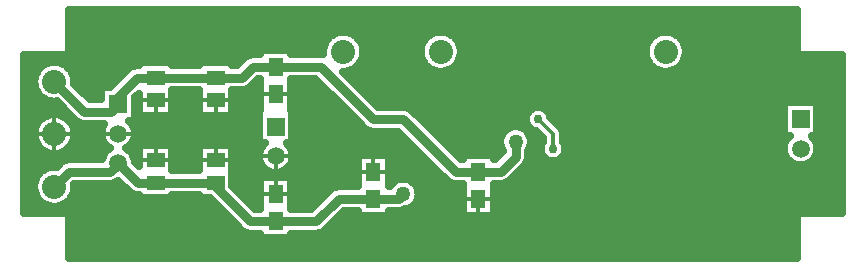
<source format=gbr>
G04 DipTrace 3.3.1.3*
G04 Bottom.gbr*
%MOIN*%
G04 #@! TF.FileFunction,Copper,L2,Bot*
G04 #@! TF.Part,Single*
G04 #@! TA.AperFunction,ViaPad*
%ADD15C,0.03*%
G04 #@! TA.AperFunction,CopperBalancing*
%ADD16C,0.013*%
%ADD17C,0.025*%
G04 #@! TA.AperFunction,ComponentPad*
%ADD19C,0.08*%
%ADD22R,0.05X0.06*%
%ADD23R,0.059055X0.051181*%
G04 #@! TA.AperFunction,ComponentPad*
%ADD27R,0.05937X0.05937*%
%ADD28C,0.05937*%
G04 #@! TA.AperFunction,ViaPad*
%ADD35C,0.05*%
%FSLAX26Y26*%
G04*
G70*
G90*
G75*
G01*
G04 Bottom*
%LPD*%
X375000Y575000D2*
D15*
Y600000D1*
X437402Y662402D1*
X500000D1*
X700000D1*
X787402D1*
X825000Y700000D1*
X900000D1*
X1050000D1*
X1225000Y525000D1*
X1325000D1*
X1500000Y350000D1*
X1575000D1*
X1650000D1*
X1700000Y400000D1*
Y450000D1*
X162500Y650000D2*
X262500Y550000D1*
X350000D1*
X375000Y575000D1*
Y378150D2*
X440551Y312598D1*
X500000D1*
X700000D1*
Y300000D1*
X815000Y185000D1*
X900000D1*
X1035000D1*
X1110000Y260000D1*
X1225000D1*
X162500Y300000D2*
X212500Y350000D1*
X346850D1*
X375000Y378150D1*
X1225000Y260000D2*
X1310000D1*
X1325000Y275000D1*
X1825000Y425000D2*
D16*
Y475000D1*
X1775000Y525000D1*
D35*
X1325000Y275000D3*
Y350000D3*
X1700000Y450000D3*
Y275000D3*
D15*
X1775000Y525000D3*
X1825000Y425000D3*
D35*
X2300000Y275000D3*
X215014Y862631D2*
D17*
X2634995D1*
X215014Y837762D2*
X2634995D1*
X215014Y812894D2*
X1100911D1*
X1149115D2*
X1425913D1*
X1474118D2*
X2175894D1*
X2224097D2*
X2634995D1*
X215014Y788025D2*
X1067933D1*
X1182056D2*
X1392936D1*
X1507060D2*
X2142951D1*
X2257039D2*
X2634995D1*
X215014Y763156D2*
X1057311D1*
X1192678D2*
X1382315D1*
X1517681D2*
X2132329D1*
X2267697D2*
X2634995D1*
X206869Y738287D2*
X806480D1*
X1192966D2*
X1382028D1*
X1517969D2*
X2132042D1*
X2267948D2*
X2643142D1*
X65018Y713419D2*
X140004D1*
X185014D2*
X441467D1*
X558533D2*
X641486D1*
X758516D2*
X777235D1*
X1183026D2*
X1391967D1*
X1508029D2*
X2141983D1*
X2258045D2*
X2784991D1*
X65018Y688550D2*
X105806D1*
X219176D2*
X402353D1*
X1152919D2*
X1422073D1*
X1477921D2*
X2172089D1*
X2227902D2*
X2784991D1*
X65018Y663681D2*
X94933D1*
X230085D2*
X377486D1*
X1147500D2*
X2784991D1*
X65018Y638812D2*
X94430D1*
X234894D2*
X352618D1*
X825009D2*
X845990D1*
X954013D2*
X1049991D1*
X1172367D2*
X2784991D1*
X65018Y613944D2*
X104119D1*
X259761D2*
X316303D1*
X558533D2*
X641486D1*
X758516D2*
X845990D1*
X954013D2*
X1074858D1*
X1197236D2*
X2784991D1*
X65018Y589075D2*
X133329D1*
X433692D2*
X441442D1*
X558533D2*
X641486D1*
X758516D2*
X845990D1*
X954013D2*
X1099726D1*
X1222104D2*
X2784991D1*
X65018Y564206D2*
X187119D1*
X433692D2*
X441442D1*
X558533D2*
X641486D1*
X758516D2*
X845990D1*
X954013D2*
X1124594D1*
X1341096D2*
X1758883D1*
X1791119D2*
X2591324D1*
X2708677D2*
X2784991D1*
X65018Y539337D2*
X143161D1*
X181822D2*
X211987D1*
X433692D2*
X441442D1*
X558533D2*
X641486D1*
X758516D2*
X841324D1*
X958677D2*
X1149462D1*
X1371848D2*
X1733549D1*
X1816453D2*
X2591324D1*
X2708677D2*
X2784991D1*
X65018Y514469D2*
X106488D1*
X218530D2*
X238542D1*
X418979D2*
X841324D1*
X958677D2*
X1174329D1*
X1396717D2*
X1732365D1*
X1834718D2*
X2591324D1*
X2708677D2*
X2784991D1*
X65018Y489600D2*
X95113D1*
X229870D2*
X317846D1*
X432150D2*
X841324D1*
X958677D2*
X1200848D1*
X1421584D2*
X1664579D1*
X1735427D2*
X1750845D1*
X1857110D2*
X2591324D1*
X2708677D2*
X2784991D1*
X65018Y464731D2*
X94287D1*
X230696D2*
X317594D1*
X432436D2*
X841324D1*
X958677D2*
X1324075D1*
X1446451D2*
X1648144D1*
X1751862D2*
X1786083D1*
X1860483D2*
X2606252D1*
X2693749D2*
X2784991D1*
X65018Y439862D2*
X103546D1*
X221472D2*
X329975D1*
X420020D2*
X856396D1*
X943606D2*
X1348942D1*
X1471319D2*
X1646996D1*
X1753010D2*
X1783751D1*
X1866261D2*
X2592903D1*
X2707098D2*
X2784991D1*
X65018Y414993D2*
X131356D1*
X193663D2*
X330083D1*
X419912D2*
X441467D1*
X558533D2*
X641486D1*
X758516D2*
X842940D1*
X957063D2*
X1373810D1*
X1496186D2*
X1653814D1*
X1744003D2*
X1782207D1*
X1867768D2*
X2592508D1*
X2707493D2*
X2784991D1*
X65018Y390125D2*
X199392D1*
X432400D2*
X441467D1*
X558533D2*
X641486D1*
X758516D2*
X842508D1*
X957493D2*
X1170992D1*
X1279016D2*
X1398677D1*
X1742819D2*
X1800007D1*
X1850005D2*
X2604745D1*
X2695257D2*
X2784991D1*
X65018Y365256D2*
X147181D1*
X558533D2*
X641486D1*
X758516D2*
X854638D1*
X945365D2*
X1170992D1*
X1279016D2*
X1423545D1*
X1726455D2*
X2784991D1*
X65018Y340387D2*
X107169D1*
X758516D2*
X1170992D1*
X1279016D2*
X1448413D1*
X1701588D2*
X2784991D1*
X65018Y315518D2*
X95328D1*
X758516D2*
X845990D1*
X954013D2*
X1170992D1*
X1279016D2*
X1290739D1*
X1359289D2*
X1474394D1*
X1675608D2*
X2784991D1*
X65018Y290650D2*
X94144D1*
X230839D2*
X401312D1*
X770537D2*
X845990D1*
X954013D2*
X1079524D1*
X1376549D2*
X1521007D1*
X1628995D2*
X2784991D1*
X65018Y265781D2*
X102971D1*
X222012D2*
X441467D1*
X558533D2*
X641486D1*
X795404D2*
X845990D1*
X954013D2*
X1054584D1*
X1378164D2*
X1521007D1*
X1628995D2*
X2784991D1*
X65018Y240912D2*
X129490D1*
X195493D2*
X697895D1*
X820273D2*
X845990D1*
X954013D2*
X1029717D1*
X1366106D2*
X1521007D1*
X1628995D2*
X2784991D1*
X65018Y216043D2*
X722762D1*
X1127226D2*
X1170992D1*
X1279016D2*
X1521007D1*
X1628995D2*
X2784991D1*
X215014Y191175D2*
X747631D1*
X1102358D2*
X2634995D1*
X215014Y166306D2*
X772499D1*
X1077491D2*
X2634995D1*
X215014Y141437D2*
X845990D1*
X954013D2*
X2634995D1*
X215014Y116568D2*
X2634995D1*
X215014Y91699D2*
X2634995D1*
X215014Y66831D2*
X2634995D1*
X228795Y294782D2*
X227163Y284476D1*
X223938Y274551D1*
X219201Y265253D1*
X213067Y256812D1*
X205688Y249433D1*
X197247Y243299D1*
X187949Y238562D1*
X178024Y235337D1*
X167718Y233705D1*
X157282D1*
X146976Y235337D1*
X137051Y238562D1*
X127753Y243299D1*
X119312Y249433D1*
X111933Y256812D1*
X105799Y265253D1*
X101062Y274551D1*
X97837Y284476D1*
X96205Y294782D1*
Y305218D1*
X97837Y315524D1*
X101062Y325449D1*
X105799Y334747D1*
X111933Y343188D1*
X119312Y350567D1*
X127753Y356701D1*
X137051Y361438D1*
X146976Y364663D1*
X157282Y366295D1*
X167718D1*
X169844Y366043D1*
X185547Y381556D1*
X190816Y385385D1*
X196618Y388341D1*
X202812Y390353D1*
X209244Y391373D1*
X249245Y391500D1*
X320404D1*
X323092Y399651D1*
X327094Y407507D1*
X332277Y414639D1*
X338510Y420873D1*
X345643Y426055D1*
X347944Y427344D1*
X342349Y430852D1*
X336664Y435500D1*
X331634Y440852D1*
X327345Y446812D1*
X323870Y453282D1*
X321269Y460150D1*
X319587Y467299D1*
X318849Y474605D1*
X319072Y481946D1*
X320251Y489194D1*
X322365Y496227D1*
X325377Y502925D1*
X328778Y508504D1*
X259244Y508627D1*
X252812Y509647D1*
X246618Y511659D1*
X240816Y514615D1*
X235547Y518444D1*
X207172Y546638D1*
X169898Y583912D1*
X162500Y583500D1*
X152097Y584319D1*
X141950Y586755D1*
X132310Y590748D1*
X123412Y596201D1*
X115478Y602978D1*
X108701Y610912D1*
X103248Y619810D1*
X99255Y629450D1*
X96819Y639597D1*
X96000Y650000D1*
X96819Y660403D1*
X99255Y670550D1*
X103248Y680190D1*
X108701Y689088D1*
X115478Y697022D1*
X123412Y703799D1*
X132310Y709252D1*
X141950Y713245D1*
X152097Y715681D1*
X162500Y716500D1*
X172903Y715681D1*
X183050Y713245D1*
X192690Y709252D1*
X201588Y703799D1*
X209522Y697022D1*
X216299Y689088D1*
X221752Y680190D1*
X225745Y670550D1*
X228181Y660403D1*
X229000Y650000D1*
X228543Y642656D1*
X279715Y591475D1*
X318802Y591500D1*
X318815Y631185D1*
X347487D1*
X410450Y693958D1*
X415718Y697786D1*
X421520Y700743D1*
X427714Y702755D1*
X434146Y703774D1*
X443969Y703902D1*
X443972Y714492D1*
X556028D1*
Y703907D1*
X644003Y703902D1*
X643972Y714492D1*
X756028D1*
Y703907D1*
X770226Y703902D1*
X798047Y731556D1*
X803316Y735385D1*
X809118Y738341D1*
X815312Y740353D1*
X821744Y741373D1*
X848504Y741500D1*
X848500Y756500D1*
X951500D1*
Y741465D1*
X1053256Y741373D1*
X1056504Y740987D1*
X1058705Y744782D1*
Y755218D1*
X1060337Y765524D1*
X1063562Y775449D1*
X1068299Y784747D1*
X1074433Y793188D1*
X1081812Y800567D1*
X1090253Y806701D1*
X1099551Y811438D1*
X1109476Y814663D1*
X1119782Y816295D1*
X1130218D1*
X1140524Y814663D1*
X1150449Y811438D1*
X1159747Y806701D1*
X1168188Y800567D1*
X1175567Y793188D1*
X1181701Y784747D1*
X1186438Y775449D1*
X1189663Y765524D1*
X1191295Y755218D1*
Y744782D1*
X1189663Y734476D1*
X1186438Y724551D1*
X1181701Y715253D1*
X1175567Y706812D1*
X1168188Y699433D1*
X1159747Y693299D1*
X1150449Y688562D1*
X1140524Y685337D1*
X1130218Y683705D1*
X1125184Y683507D1*
X1242169Y566520D1*
X1328256Y566373D1*
X1334688Y565353D1*
X1340882Y563341D1*
X1346684Y560385D1*
X1351953Y556556D1*
X1380328Y528362D1*
X1517169Y391520D1*
X1523504Y391500D1*
X1523500Y406500D1*
X1626500D1*
Y391465D1*
X1632810Y391500D1*
X1658488Y417177D1*
X1658336Y419730D1*
X1654113Y426619D1*
X1651021Y434085D1*
X1649134Y441944D1*
X1648500Y450000D1*
X1649134Y458056D1*
X1651021Y465915D1*
X1654113Y473381D1*
X1658336Y480270D1*
X1663584Y486416D1*
X1669730Y491664D1*
X1676619Y495887D1*
X1684085Y498979D1*
X1691944Y500866D1*
X1700000Y501500D1*
X1708056Y500866D1*
X1715915Y498979D1*
X1723381Y495887D1*
X1730270Y491664D1*
X1736416Y486416D1*
X1741664Y480270D1*
X1745887Y473381D1*
X1748979Y465915D1*
X1750866Y458056D1*
X1751500Y450000D1*
X1750866Y441944D1*
X1748979Y434085D1*
X1745887Y426619D1*
X1741499Y419518D1*
X1741373Y396744D1*
X1740353Y390312D1*
X1738341Y384118D1*
X1735385Y378316D1*
X1731556Y373047D1*
X1703362Y344672D1*
X1676953Y318444D1*
X1671684Y314615D1*
X1665882Y311659D1*
X1659688Y309647D1*
X1653256Y308627D1*
X1626496Y308500D1*
X1626500Y203500D1*
X1523500D1*
Y308535D1*
X1496744Y308627D1*
X1490312Y309647D1*
X1484118Y311659D1*
X1478316Y314615D1*
X1473047Y318444D1*
X1444672Y346638D1*
X1307831Y483480D1*
X1221744Y483627D1*
X1215312Y484647D1*
X1209118Y486659D1*
X1203316Y489615D1*
X1198047Y493444D1*
X1169672Y521638D1*
X1032831Y658480D1*
X951497Y658500D1*
X951500Y556185D1*
X956185D1*
Y443815D1*
X937059D1*
X942087Y438797D1*
X946583Y432990D1*
X950282Y426644D1*
X953122Y419873D1*
X955055Y412787D1*
X956047Y405512D1*
X956064Y397903D1*
X955108Y390622D1*
X953207Y383528D1*
X950399Y376743D1*
X946730Y370381D1*
X942262Y364552D1*
X937072Y359357D1*
X931249Y354882D1*
X924892Y351205D1*
X918110Y348388D1*
X911018Y346480D1*
X903738Y345514D1*
X896394Y345505D1*
X889112Y346455D1*
X882016Y348346D1*
X875227Y351146D1*
X868861Y354808D1*
X863028Y359269D1*
X857825Y364453D1*
X853344Y370270D1*
X849659Y376623D1*
X846835Y383403D1*
X844919Y390492D1*
X843944Y397770D1*
X843927Y405114D1*
X844867Y412398D1*
X846749Y419496D1*
X849542Y426289D1*
X853197Y432659D1*
X857651Y438497D1*
X862954Y443812D1*
X843815Y443815D1*
Y556185D1*
X848516D1*
X848500Y658535D1*
X842190Y658500D1*
X814354Y630845D1*
X809085Y627017D1*
X803283Y624060D1*
X797089Y622049D1*
X790657Y621029D1*
X756003Y620902D1*
X756028Y535508D1*
X643972D1*
Y620896D1*
X555997Y620902D1*
X556028Y535508D1*
X443972D1*
Y610283D1*
X431198Y597508D1*
X431185Y518815D1*
X412059D1*
X417087Y513797D1*
X421583Y507990D1*
X425282Y501644D1*
X428122Y494873D1*
X430055Y487787D1*
X431047Y480512D1*
X431064Y472903D1*
X430108Y465622D1*
X428207Y458528D1*
X425399Y451743D1*
X421730Y445381D1*
X417262Y439552D1*
X412072Y434357D1*
X406249Y429882D1*
X402096Y427364D1*
X408025Y423604D1*
X414728Y417878D1*
X420454Y411175D1*
X425062Y403657D1*
X428436Y395512D1*
X430493Y386938D1*
X431083Y380749D1*
X443954Y367886D1*
X443972Y439492D1*
X556028D1*
Y354102D1*
X644003Y354098D1*
X643972Y439492D1*
X756028D1*
Y302646D1*
X832173Y226517D1*
X848480Y226500D1*
X848500Y331500D1*
X951500D1*
Y226465D1*
X1017808Y226500D1*
X1083047Y291556D1*
X1088316Y295385D1*
X1094118Y298341D1*
X1100312Y300353D1*
X1106744Y301373D1*
X1146745Y301500D1*
X1173479D1*
X1173500Y406500D1*
X1276500D1*
Y301465D1*
X1280871Y301500D1*
X1283336Y305270D1*
X1288584Y311416D1*
X1294730Y316664D1*
X1301619Y320887D1*
X1309085Y323979D1*
X1316944Y325866D1*
X1325000Y326500D1*
X1333056Y325866D1*
X1340915Y323979D1*
X1348381Y320887D1*
X1355270Y316664D1*
X1361416Y311416D1*
X1366664Y305270D1*
X1370887Y298381D1*
X1373979Y290915D1*
X1375866Y283056D1*
X1376500Y275000D1*
X1375866Y266944D1*
X1373979Y259085D1*
X1370887Y251619D1*
X1366664Y244730D1*
X1361416Y238584D1*
X1355270Y233336D1*
X1348381Y229113D1*
X1340915Y226021D1*
X1333056Y224134D1*
X1330311Y223810D1*
X1325882Y221659D1*
X1319688Y219647D1*
X1313256Y218627D1*
X1276520Y218500D1*
X1276500Y203500D1*
X1173500D1*
Y218535D1*
X1127215Y218500D1*
X1061953Y153444D1*
X1056684Y149615D1*
X1050882Y146659D1*
X1044688Y144647D1*
X1038256Y143627D1*
X998255Y143500D1*
X951497D1*
X951500Y128500D1*
X848500D1*
Y143535D1*
X811744Y143627D1*
X805312Y144647D1*
X799118Y146659D1*
X793316Y149615D1*
X788049Y153444D1*
X759672Y181638D1*
X680785Y260526D1*
X643972Y260508D1*
Y271093D1*
X555997Y271098D1*
X556028Y260508D1*
X443972D1*
Y271093D1*
X437295Y271226D1*
X430864Y272245D1*
X424669Y274257D1*
X418867Y277214D1*
X413598Y281042D1*
X385223Y309236D1*
X374997Y319462D1*
X368534Y314615D1*
X362732Y311659D1*
X356538Y309647D1*
X350106Y308627D1*
X310105Y308500D1*
X229689D1*
X228575Y307385D1*
X229000Y300000D1*
X228795Y294782D1*
X2266295Y744782D2*
X2264663Y734476D1*
X2261438Y724551D1*
X2256701Y715253D1*
X2250567Y706812D1*
X2243188Y699433D1*
X2234747Y693299D1*
X2225449Y688562D1*
X2215524Y685337D1*
X2205218Y683705D1*
X2194782D1*
X2184476Y685337D1*
X2174551Y688562D1*
X2165253Y693299D1*
X2156812Y699433D1*
X2149433Y706812D1*
X2143299Y715253D1*
X2138562Y724551D1*
X2135337Y734476D1*
X2133705Y744782D1*
Y755218D1*
X2135337Y765524D1*
X2138562Y775449D1*
X2143299Y784747D1*
X2149433Y793188D1*
X2156812Y800567D1*
X2165253Y806701D1*
X2174551Y811438D1*
X2184476Y814663D1*
X2194782Y816295D1*
X2205218D1*
X2215524Y814663D1*
X2225449Y811438D1*
X2234747Y806701D1*
X2243188Y800567D1*
X2250567Y793188D1*
X2256701Y784747D1*
X2261438Y775449D1*
X2264663Y765524D1*
X2266295Y755218D1*
Y744782D1*
X1516295D2*
X1514663Y734476D1*
X1511438Y724551D1*
X1506701Y715253D1*
X1500567Y706812D1*
X1493188Y699433D1*
X1484747Y693299D1*
X1475449Y688562D1*
X1465524Y685337D1*
X1455218Y683705D1*
X1444782D1*
X1434476Y685337D1*
X1424551Y688562D1*
X1415253Y693299D1*
X1406812Y699433D1*
X1399433Y706812D1*
X1393299Y715253D1*
X1388562Y724551D1*
X1385337Y734476D1*
X1383705Y744782D1*
Y755218D1*
X1385337Y765524D1*
X1388562Y775449D1*
X1393299Y784747D1*
X1399433Y793188D1*
X1406812Y800567D1*
X1415253Y806701D1*
X1424551Y811438D1*
X1434476Y814663D1*
X1444782Y816295D1*
X1455218D1*
X1465524Y814663D1*
X1475449Y811438D1*
X1484747Y806701D1*
X1493188Y800567D1*
X1500567Y793188D1*
X1506701Y784747D1*
X1511438Y775449D1*
X1514663Y765524D1*
X1516295Y755218D1*
Y744782D1*
X228975Y473163D2*
X228366Y465843D1*
X226955Y458634D1*
X224757Y451626D1*
X221799Y444902D1*
X218118Y438546D1*
X213759Y432634D1*
X208773Y427240D1*
X203223Y422428D1*
X197177Y418257D1*
X190707Y414778D1*
X183894Y412035D1*
X176819Y410060D1*
X169570Y408877D1*
X162234Y408500D1*
X154902Y408936D1*
X147661Y410177D1*
X140602Y412209D1*
X133811Y415007D1*
X127370Y418537D1*
X121357Y422756D1*
X115845Y427612D1*
X110904Y433046D1*
X106592Y438992D1*
X102962Y445378D1*
X100058Y452126D1*
X97916Y459151D1*
X96562Y466371D1*
X96013Y473696D1*
X96274Y481037D1*
X97344Y488303D1*
X99209Y495408D1*
X101846Y502264D1*
X105223Y508787D1*
X109298Y514898D1*
X114024Y520522D1*
X119340Y525591D1*
X125182Y530042D1*
X131480Y533822D1*
X138157Y536885D1*
X145130Y539192D1*
X152316Y540715D1*
X159626Y541438D1*
X166971Y541349D1*
X174261Y540451D1*
X181408Y538756D1*
X188324Y536281D1*
X194925Y533059D1*
X201130Y529129D1*
X206865Y524538D1*
X212058Y519344D1*
X216646Y513608D1*
X220573Y507400D1*
X223793Y500798D1*
X226264Y493881D1*
X227957Y486734D1*
X228852Y479442D1*
X228975Y473163D1*
X2603001Y581185D2*
X2706185D1*
Y468815D1*
X2687059D1*
X2692723Y463064D1*
X2697906Y455932D1*
X2701908Y448076D1*
X2704633Y439690D1*
X2706012Y430983D1*
Y422167D1*
X2704633Y413459D1*
X2701908Y405073D1*
X2697906Y397218D1*
X2692723Y390085D1*
X2686490Y383852D1*
X2679357Y378669D1*
X2671501Y374667D1*
X2663115Y371942D1*
X2654408Y370563D1*
X2645592D1*
X2636885Y371942D1*
X2628499Y374667D1*
X2620643Y378669D1*
X2613510Y383852D1*
X2607277Y390085D1*
X2602094Y397218D1*
X2598092Y405073D1*
X2595367Y413459D1*
X2593988Y422167D1*
Y430983D1*
X2595367Y439690D1*
X2598092Y448076D1*
X2602094Y455932D1*
X2607277Y463064D1*
X2612992Y468819D1*
X2593815Y468815D1*
Y581185D1*
X2603001D1*
X1769430Y483902D2*
X1765312Y484647D1*
X1759118Y486659D1*
X1753316Y489615D1*
X1748049Y493444D1*
X1743444Y498049D1*
X1739615Y503316D1*
X1736659Y509118D1*
X1734647Y515312D1*
X1733627Y521744D1*
Y528256D1*
X1734647Y534688D1*
X1736659Y540882D1*
X1739615Y546684D1*
X1743444Y551951D1*
X1748049Y556556D1*
X1753316Y560385D1*
X1759118Y563341D1*
X1765312Y565353D1*
X1771744Y566373D1*
X1778256D1*
X1784688Y565353D1*
X1790882Y563341D1*
X1796684Y560385D1*
X1801951Y556556D1*
X1806556Y551951D1*
X1810385Y546684D1*
X1813341Y540882D1*
X1815353Y534688D1*
X1816098Y530570D1*
X1850093Y496432D1*
X1853138Y492243D1*
X1855488Y487629D1*
X1857088Y482703D1*
X1857899Y477589D1*
X1858000Y450133D1*
X1861976Y443841D1*
X1864469Y437824D1*
X1865990Y431492D1*
X1866500Y425000D1*
X1865990Y418508D1*
X1864469Y412176D1*
X1861976Y406159D1*
X1858575Y400606D1*
X1854345Y395655D1*
X1849394Y391425D1*
X1843841Y388024D1*
X1837824Y385531D1*
X1831492Y384010D1*
X1825000Y383500D1*
X1818508Y384010D1*
X1812176Y385531D1*
X1806159Y388024D1*
X1800606Y391425D1*
X1795655Y395655D1*
X1791425Y400606D1*
X1788024Y406159D1*
X1785531Y412176D1*
X1784010Y418508D1*
X1783500Y425000D1*
X1784010Y431492D1*
X1785531Y437824D1*
X1788024Y443841D1*
X1792001Y450123D1*
X1792000Y461350D1*
X1769466Y483865D1*
X62500Y737476D2*
Y212491D1*
X201955Y212346D1*
X204783Y211549D1*
X207348Y210113D1*
X209505Y208118D1*
X211138Y205675D1*
X212155Y202919D1*
X212500Y199996D1*
Y62528D1*
X2637505Y62500D1*
X2637654Y201955D1*
X2638451Y204783D1*
X2639887Y207348D1*
X2641882Y209505D1*
X2644325Y211138D1*
X2647081Y212155D1*
X2650004Y212500D1*
X2787472D1*
X2787500Y737509D1*
X2648045Y737654D1*
X2645217Y738451D1*
X2642652Y739887D1*
X2640495Y741882D1*
X2638862Y744325D1*
X2637845Y747081D1*
X2637500Y750004D1*
Y887472D1*
X212495Y887500D1*
X212346Y748045D1*
X211549Y745217D1*
X210113Y742652D1*
X208118Y740495D1*
X205675Y738862D1*
X202919Y737845D1*
X199996Y737500D1*
X62528D1*
X1575000Y260000D2*
D16*
Y203535D1*
X1523535Y260000D2*
X1626465D1*
X1225000Y406465D2*
Y350000D1*
X1173535D2*
X1276465D1*
X700000Y587598D2*
Y535543D1*
X644008Y587598D2*
X755992D1*
X500000D2*
Y535543D1*
X444008Y587598D2*
X555992D1*
X500000Y439457D2*
Y387402D1*
X444008D2*
X555992D1*
X700000Y439457D2*
Y387402D1*
X644008D2*
X755992D1*
X848537Y610000D2*
X951465D1*
X900000Y331463D2*
Y275000D1*
X848537D2*
X951465D1*
X162500Y541465D2*
Y408535D1*
X96035Y475000D2*
X228965D1*
X900000Y401575D2*
Y345425D1*
X843850Y401575D2*
X956150D1*
X318850Y476575D2*
X431150D1*
D19*
X162500Y300000D3*
X2200000Y750000D3*
D22*
X1575000Y350000D3*
Y260000D3*
X1225000Y350000D3*
Y260000D3*
D23*
X700000Y662402D3*
Y587598D3*
X500000Y662402D3*
Y587598D3*
Y387402D3*
Y312598D3*
X700000Y387402D3*
Y312598D3*
D22*
X900000Y700000D3*
Y610000D3*
Y275000D3*
Y185000D3*
D19*
X1450000Y750000D3*
X162500Y475000D3*
D27*
X900000Y500000D3*
D28*
Y401575D3*
D27*
X2650000Y525000D3*
D28*
Y426575D3*
D27*
X375000Y575000D3*
D28*
Y476575D3*
Y378150D3*
D19*
X1125000Y750000D3*
X162500Y650000D3*
M02*

</source>
